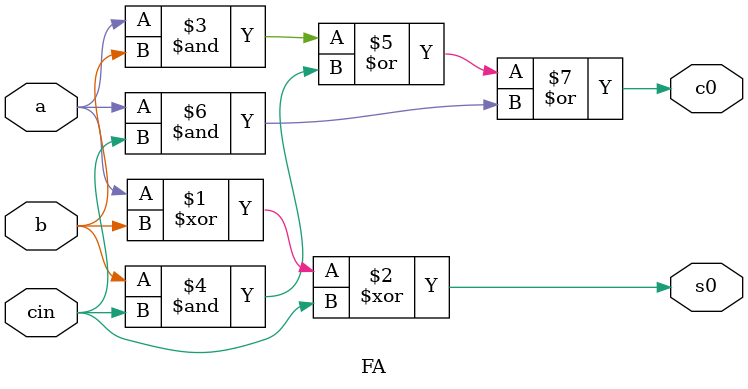
<source format=v>
`timescale 1ns / 1ps


module FA ( output c0, s0 ,input a, b, cin);
  assign s0 = a ^ b ^ cin;
  assign c0 = (a & b) | (b & cin) | (a & cin);
endmodule
</source>
